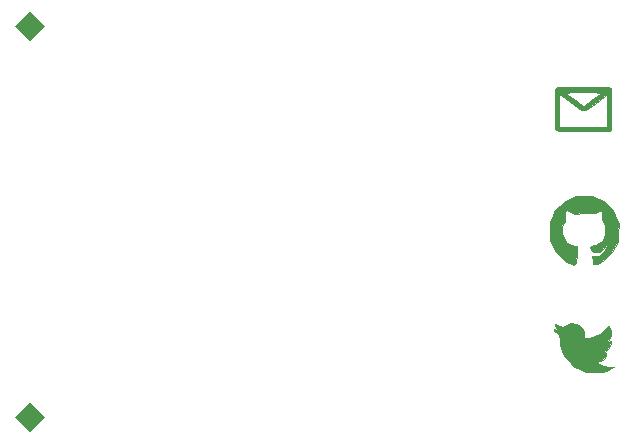
<source format=gbr>
%TF.GenerationSoftware,KiCad,Pcbnew,7.0.2*%
%TF.CreationDate,2023-05-26T00:09:40+09:00*%
%TF.ProjectId,JinBoard,4a696e42-6f61-4726-942e-6b696361645f,rev?*%
%TF.SameCoordinates,Original*%
%TF.FileFunction,Paste,Bot*%
%TF.FilePolarity,Positive*%
%FSLAX46Y46*%
G04 Gerber Fmt 4.6, Leading zero omitted, Abs format (unit mm)*
G04 Created by KiCad (PCBNEW 7.0.2) date 2023-05-26 00:09:40*
%MOMM*%
%LPD*%
G01*
G04 APERTURE LIST*
G04 Aperture macros list*
%AMOutline4P*
0 Free polygon, 4 corners , with rotation*
0 The origin of the aperture is its center*
0 number of corners: always 4*
0 $1 to $8 corner X, Y*
0 $9 Rotation angle, in degrees counterclockwise*
0 create outline with 4 corners*
4,1,4,$1,$2,$3,$4,$5,$6,$7,$8,$1,$2,$9*%
G04 Aperture macros list end*
%ADD10C,0.084730*%
%ADD11Outline4P,-1.270000X0.000000X0.000000X1.270000X1.270000X0.000000X0.000000X-1.270000X180.000000*%
G04 APERTURE END LIST*
%TO.C,REF\u002A\u002A*%
D10*
X188079066Y-93491946D02*
X188079066Y-96534733D01*
X188022578Y-96591223D01*
X187966092Y-96647709D01*
X183537528Y-96647709D01*
X183435852Y-96546034D01*
X183334176Y-96444357D01*
X183334176Y-96308791D01*
X183673097Y-96308791D01*
X187740144Y-96308791D01*
X187740144Y-93491946D01*
X187634232Y-93576661D01*
X187528319Y-93661378D01*
X186734952Y-94264878D01*
X185941585Y-94868374D01*
X185486966Y-94868374D01*
X184813040Y-94351151D01*
X184139114Y-93833926D01*
X183906105Y-93667540D01*
X183673097Y-93501154D01*
X183673097Y-96308791D01*
X183334176Y-96308791D01*
X183334176Y-93385598D01*
X184175895Y-93385598D01*
X184939977Y-93957528D01*
X184939977Y-93957457D01*
X185704058Y-94529385D01*
X185748986Y-94526784D01*
X186497000Y-93956191D01*
X187245014Y-93385598D01*
X186475817Y-93361237D01*
X185706621Y-93336876D01*
X184941258Y-93361237D01*
X184175895Y-93385598D01*
X183334176Y-93385598D01*
X183334176Y-93122935D01*
X183537528Y-92919581D01*
X187811015Y-92919581D01*
X187945040Y-92971011D01*
X188079066Y-93022441D01*
X188079066Y-93385598D01*
X188079066Y-93491946D01*
G36*
X188079066Y-93491946D02*
G01*
X188079066Y-96534733D01*
X188022578Y-96591223D01*
X187966092Y-96647709D01*
X183537528Y-96647709D01*
X183435852Y-96546034D01*
X183334176Y-96444357D01*
X183334176Y-96308791D01*
X183673097Y-96308791D01*
X187740144Y-96308791D01*
X187740144Y-93491946D01*
X187634232Y-93576661D01*
X187528319Y-93661378D01*
X186734952Y-94264878D01*
X185941585Y-94868374D01*
X185486966Y-94868374D01*
X184813040Y-94351151D01*
X184139114Y-93833926D01*
X183906105Y-93667540D01*
X183673097Y-93501154D01*
X183673097Y-96308791D01*
X183334176Y-96308791D01*
X183334176Y-93385598D01*
X184175895Y-93385598D01*
X184939977Y-93957528D01*
X184939977Y-93957457D01*
X185704058Y-94529385D01*
X185748986Y-94526784D01*
X186497000Y-93956191D01*
X187245014Y-93385598D01*
X186475817Y-93361237D01*
X185706621Y-93336876D01*
X184941258Y-93361237D01*
X184175895Y-93385598D01*
X183334176Y-93385598D01*
X183334176Y-93122935D01*
X183537528Y-92919581D01*
X187811015Y-92919581D01*
X187945040Y-92971011D01*
X188079066Y-93022441D01*
X188079066Y-93385598D01*
X188079066Y-93491946D01*
G37*
X185013349Y-112985999D02*
X185355211Y-113088420D01*
X185573281Y-113347582D01*
X185791351Y-113606742D01*
X185791351Y-114186854D01*
X186213184Y-114186854D01*
X186648803Y-114021330D01*
X187084422Y-113855807D01*
X187909878Y-113159770D01*
X187994471Y-113382269D01*
X188079065Y-113604769D01*
X188079065Y-113856341D01*
X187940147Y-114127509D01*
X187801229Y-114398673D01*
X187707139Y-114464793D01*
X187613049Y-114530913D01*
X187846057Y-114476794D01*
X188079065Y-114422675D01*
X188079065Y-114618918D01*
X187953663Y-114861418D01*
X187828261Y-115103922D01*
X187603316Y-115280863D01*
X187378371Y-115457804D01*
X187655414Y-115457804D01*
X187655414Y-115680293D01*
X187417770Y-115907969D01*
X187180126Y-116135645D01*
X186987574Y-116135645D01*
X186934110Y-116222151D01*
X186880647Y-116308657D01*
X187177686Y-116432768D01*
X187474725Y-116556880D01*
X187865796Y-116579272D01*
X188256868Y-116601660D01*
X188070661Y-116728758D01*
X187884454Y-116855853D01*
X187621657Y-116955321D01*
X187621658Y-116955264D01*
X187358860Y-117054732D01*
X185918448Y-117067534D01*
X185408172Y-116826129D01*
X184897897Y-116584723D01*
X184501877Y-116144255D01*
X184105857Y-115703787D01*
X183935710Y-115249030D01*
X183765564Y-114794272D01*
X183709099Y-114368620D01*
X183652634Y-113942965D01*
X183451040Y-113753577D01*
X183249446Y-113564189D01*
X183249446Y-113428469D01*
X183467692Y-113511450D01*
X183685937Y-113594431D01*
X183510057Y-113370833D01*
X183334176Y-113147238D01*
X183334176Y-113009276D01*
X183641948Y-113137873D01*
X183949721Y-113266471D01*
X184310603Y-113075018D01*
X184671487Y-112883574D01*
X185013349Y-112985999D01*
G36*
X185013349Y-112985999D02*
G01*
X185355211Y-113088420D01*
X185573281Y-113347582D01*
X185791351Y-113606742D01*
X185791351Y-114186854D01*
X186213184Y-114186854D01*
X186648803Y-114021330D01*
X187084422Y-113855807D01*
X187909878Y-113159770D01*
X187994471Y-113382269D01*
X188079065Y-113604769D01*
X188079065Y-113856341D01*
X187940147Y-114127509D01*
X187801229Y-114398673D01*
X187707139Y-114464793D01*
X187613049Y-114530913D01*
X187846057Y-114476794D01*
X188079065Y-114422675D01*
X188079065Y-114618918D01*
X187953663Y-114861418D01*
X187828261Y-115103922D01*
X187603316Y-115280863D01*
X187378371Y-115457804D01*
X187655414Y-115457804D01*
X187655414Y-115680293D01*
X187417770Y-115907969D01*
X187180126Y-116135645D01*
X186987574Y-116135645D01*
X186934110Y-116222151D01*
X186880647Y-116308657D01*
X187177686Y-116432768D01*
X187474725Y-116556880D01*
X187865796Y-116579272D01*
X188256868Y-116601660D01*
X188070661Y-116728758D01*
X187884454Y-116855853D01*
X187621657Y-116955321D01*
X187621658Y-116955264D01*
X187358860Y-117054732D01*
X185918448Y-117067534D01*
X185408172Y-116826129D01*
X184897897Y-116584723D01*
X184501877Y-116144255D01*
X184105857Y-115703787D01*
X183935710Y-115249030D01*
X183765564Y-114794272D01*
X183709099Y-114368620D01*
X183652634Y-113942965D01*
X183451040Y-113753577D01*
X183249446Y-113564189D01*
X183249446Y-113428469D01*
X183467692Y-113511450D01*
X183685937Y-113594431D01*
X183510057Y-113370833D01*
X183334176Y-113147238D01*
X183334176Y-113009276D01*
X183641948Y-113137873D01*
X183949721Y-113266471D01*
X184310603Y-113075018D01*
X184671487Y-112883574D01*
X185013349Y-112985999D01*
G37*
X186994763Y-102390771D02*
X187559639Y-102668734D01*
X187934627Y-103085810D01*
X188309615Y-103502886D01*
X188501257Y-104015330D01*
X188692898Y-104527773D01*
X188655183Y-105269084D01*
X188617468Y-106010394D01*
X188387738Y-106458121D01*
X188158008Y-106905848D01*
X187826138Y-107237717D01*
X187494268Y-107569588D01*
X187172373Y-107741152D01*
X186850477Y-107912720D01*
X186681017Y-107893591D01*
X186511556Y-107874461D01*
X186485259Y-107556723D01*
X186458963Y-107238984D01*
X186988713Y-107238984D01*
X187146356Y-107154614D01*
X187303999Y-107070244D01*
X187561570Y-106688597D01*
X187819141Y-106306948D01*
X187601865Y-106306948D01*
X187339314Y-106603505D01*
X187076764Y-106900057D01*
X186496395Y-106900057D01*
X186393735Y-106674729D01*
X186291069Y-106449401D01*
X186401317Y-106379471D01*
X186511565Y-106309542D01*
X186638660Y-106307942D01*
X186765755Y-106306342D01*
X187046227Y-106135342D01*
X187326699Y-105964343D01*
X187570692Y-105380385D01*
X187570166Y-105017560D01*
X187569641Y-104654734D01*
X187443068Y-104412041D01*
X187316495Y-104169348D01*
X187316495Y-103454390D01*
X187210241Y-103348132D01*
X186903265Y-103480990D01*
X186596289Y-103613848D01*
X185748797Y-103617749D01*
X184901313Y-103621649D01*
X184623634Y-103478057D01*
X184345955Y-103334464D01*
X184181471Y-103436125D01*
X184178471Y-103833594D01*
X184175471Y-104231061D01*
X184054381Y-104442887D01*
X183933294Y-104654738D01*
X183931014Y-105332579D01*
X184091955Y-105687064D01*
X184252897Y-106041548D01*
X184492563Y-106162371D01*
X184732229Y-106283194D01*
X184944841Y-106333945D01*
X185157454Y-106384696D01*
X185127452Y-107087226D01*
X185097450Y-107789754D01*
X185023471Y-107867524D01*
X184949492Y-107945294D01*
X184612473Y-107844321D01*
X184275455Y-107743348D01*
X183817966Y-107325228D01*
X183360477Y-106907109D01*
X183114320Y-106374030D01*
X182868163Y-105840952D01*
X182870134Y-105078381D01*
X182872104Y-104315810D01*
X183096378Y-103833146D01*
X183320650Y-103350480D01*
X183692790Y-102978341D01*
X184064929Y-102606200D01*
X184568037Y-102364003D01*
X185071145Y-102121806D01*
X185750516Y-102117306D01*
X186429886Y-102112807D01*
X186994763Y-102390771D01*
G36*
X186994763Y-102390771D02*
G01*
X187559639Y-102668734D01*
X187934627Y-103085810D01*
X188309615Y-103502886D01*
X188501257Y-104015330D01*
X188692898Y-104527773D01*
X188655183Y-105269084D01*
X188617468Y-106010394D01*
X188387738Y-106458121D01*
X188158008Y-106905848D01*
X187826138Y-107237717D01*
X187494268Y-107569588D01*
X187172373Y-107741152D01*
X186850477Y-107912720D01*
X186681017Y-107893591D01*
X186511556Y-107874461D01*
X186485259Y-107556723D01*
X186458963Y-107238984D01*
X186988713Y-107238984D01*
X187146356Y-107154614D01*
X187303999Y-107070244D01*
X187561570Y-106688597D01*
X187819141Y-106306948D01*
X187601865Y-106306948D01*
X187339314Y-106603505D01*
X187076764Y-106900057D01*
X186496395Y-106900057D01*
X186393735Y-106674729D01*
X186291069Y-106449401D01*
X186401317Y-106379471D01*
X186511565Y-106309542D01*
X186638660Y-106307942D01*
X186765755Y-106306342D01*
X187046227Y-106135342D01*
X187326699Y-105964343D01*
X187570692Y-105380385D01*
X187570166Y-105017560D01*
X187569641Y-104654734D01*
X187443068Y-104412041D01*
X187316495Y-104169348D01*
X187316495Y-103454390D01*
X187210241Y-103348132D01*
X186903265Y-103480990D01*
X186596289Y-103613848D01*
X185748797Y-103617749D01*
X184901313Y-103621649D01*
X184623634Y-103478057D01*
X184345955Y-103334464D01*
X184181471Y-103436125D01*
X184178471Y-103833594D01*
X184175471Y-104231061D01*
X184054381Y-104442887D01*
X183933294Y-104654738D01*
X183931014Y-105332579D01*
X184091955Y-105687064D01*
X184252897Y-106041548D01*
X184492563Y-106162371D01*
X184732229Y-106283194D01*
X184944841Y-106333945D01*
X185157454Y-106384696D01*
X185127452Y-107087226D01*
X185097450Y-107789754D01*
X185023471Y-107867524D01*
X184949492Y-107945294D01*
X184612473Y-107844321D01*
X184275455Y-107743348D01*
X183817966Y-107325228D01*
X183360477Y-106907109D01*
X183114320Y-106374030D01*
X182868163Y-105840952D01*
X182870134Y-105078381D01*
X182872104Y-104315810D01*
X183096378Y-103833146D01*
X183320650Y-103350480D01*
X183692790Y-102978341D01*
X184064929Y-102606200D01*
X184568037Y-102364003D01*
X185071145Y-102121806D01*
X185750516Y-102117306D01*
X186429886Y-102112807D01*
X186994763Y-102390771D01*
G37*
%TD*%
D11*
%TO.C,REF\u002A\u002A*%
X138888002Y-87714107D03*
X138863002Y-120889107D03*
%TD*%
M02*

</source>
